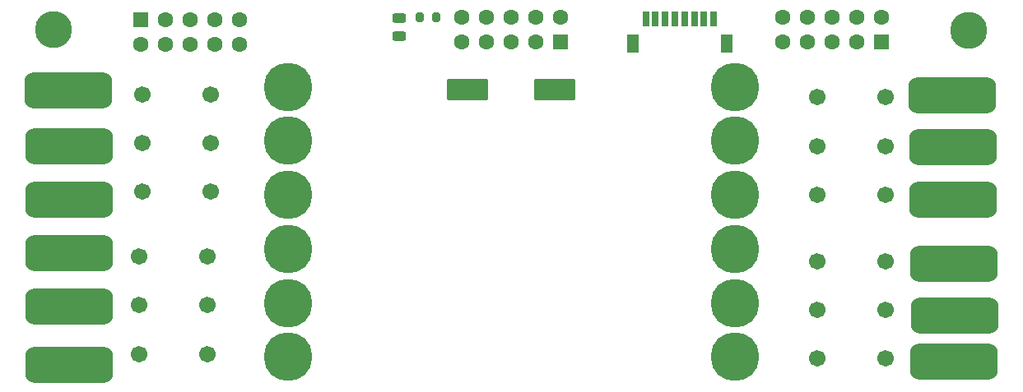
<source format=gts>
%TF.GenerationSoftware,KiCad,Pcbnew,8.0.4*%
%TF.CreationDate,2025-01-10T16:53:36-05:00*%
%TF.ProjectId,X17-ESC-Adapter,5831372d-4553-4432-9d41-646170746572,rev?*%
%TF.SameCoordinates,Original*%
%TF.FileFunction,Soldermask,Top*%
%TF.FilePolarity,Negative*%
%FSLAX46Y46*%
G04 Gerber Fmt 4.6, Leading zero omitted, Abs format (unit mm)*
G04 Created by KiCad (PCBNEW 8.0.4) date 2025-01-10 16:53:36*
%MOMM*%
%LPD*%
G01*
G04 APERTURE LIST*
G04 Aperture macros list*
%AMRoundRect*
0 Rectangle with rounded corners*
0 $1 Rounding radius*
0 $2 $3 $4 $5 $6 $7 $8 $9 X,Y pos of 4 corners*
0 Add a 4 corners polygon primitive as box body*
4,1,4,$2,$3,$4,$5,$6,$7,$8,$9,$2,$3,0*
0 Add four circle primitives for the rounded corners*
1,1,$1+$1,$2,$3*
1,1,$1+$1,$4,$5*
1,1,$1+$1,$6,$7*
1,1,$1+$1,$8,$9*
0 Add four rect primitives between the rounded corners*
20,1,$1+$1,$2,$3,$4,$5,0*
20,1,$1+$1,$4,$5,$6,$7,0*
20,1,$1+$1,$6,$7,$8,$9,0*
20,1,$1+$1,$8,$9,$2,$3,0*%
G04 Aperture macros list end*
%ADD10C,3.810000*%
%ADD11RoundRect,0.920750X3.587750X-0.920750X3.587750X0.920750X-3.587750X0.920750X-3.587750X-0.920750X0*%
%ADD12RoundRect,0.200000X0.200000X0.275000X-0.200000X0.275000X-0.200000X-0.275000X0.200000X-0.275000X0*%
%ADD13C,1.701800*%
%ADD14C,1.594000*%
%ADD15RoundRect,0.102000X-0.695000X-0.695000X0.695000X-0.695000X0.695000X0.695000X-0.695000X0.695000X0*%
%ADD16RoundRect,0.102000X0.695000X0.695000X-0.695000X0.695000X-0.695000X-0.695000X0.695000X-0.695000X0*%
%ADD17C,5.004000*%
%ADD18RoundRect,0.102000X-2.000000X-1.000000X2.000000X-1.000000X2.000000X1.000000X-2.000000X1.000000X0*%
%ADD19R,0.660400X1.549400*%
%ADD20R,1.295400X1.905000*%
%ADD21RoundRect,0.243750X0.456250X-0.243750X0.456250X0.243750X-0.456250X0.243750X-0.456250X-0.243750X0*%
G04 APERTURE END LIST*
D10*
%TO.C,H1*%
X110890000Y-80460000D03*
%TD*%
%TO.C,H1*%
X205000000Y-80550000D03*
%TD*%
D11*
%TO.C,J3*%
X112500000Y-92500000D03*
%TD*%
%TO.C,J11*%
X203540000Y-104570000D03*
%TD*%
%TO.C,J9*%
X203440000Y-98020000D03*
%TD*%
D12*
%TO.C,R2*%
X150225000Y-79200000D03*
X148575000Y-79200000D03*
%TD*%
D13*
%TO.C,ESC2*%
X119710000Y-113870000D03*
X126710001Y-113870000D03*
X119710000Y-108870000D03*
X126710001Y-108870000D03*
X119710000Y-103870000D03*
X126710001Y-103870000D03*
%TD*%
%TO.C,ESC1*%
X120010000Y-97180000D03*
X127010001Y-97180000D03*
X120010000Y-92180000D03*
X127010001Y-92180000D03*
X120010000Y-87180000D03*
X127010001Y-87180000D03*
%TD*%
D14*
%TO.C,J2*%
X152890000Y-79200000D03*
X152890000Y-81740000D03*
X155430000Y-79200000D03*
X155430000Y-81740000D03*
X157970000Y-79200000D03*
X157970000Y-81740000D03*
X160510000Y-79200000D03*
X160510000Y-81740000D03*
X163050000Y-79200000D03*
D15*
X163050000Y-81740000D03*
D16*
X119890000Y-79425000D03*
D14*
X119890000Y-81965000D03*
X122430000Y-79425000D03*
X122430000Y-81965000D03*
X124970000Y-79425000D03*
X124970000Y-81965000D03*
X127510000Y-79425000D03*
X127510000Y-81965000D03*
X130050000Y-79425000D03*
X130050000Y-81965000D03*
X193550000Y-79175000D03*
X196090000Y-79175000D03*
D15*
X196090000Y-81715000D03*
D14*
X193550000Y-81715000D03*
X191010000Y-79175000D03*
X191010000Y-81715000D03*
X188470000Y-79175000D03*
X188470000Y-81715000D03*
X185930000Y-79175000D03*
X185930000Y-81715000D03*
%TD*%
D11*
%TO.C,J10*%
X203400000Y-92610000D03*
%TD*%
D17*
%TO.C,ESC5*%
X134975000Y-86355000D03*
X134975000Y-91925000D03*
X134975000Y-97495000D03*
X134975000Y-103055000D03*
X134975000Y-108625000D03*
X134975000Y-114195000D03*
X180975000Y-114195000D03*
X180975000Y-108625000D03*
X180975000Y-103055000D03*
X180975000Y-97495000D03*
X180975000Y-91925000D03*
X180975000Y-86355000D03*
D18*
X153485000Y-86605000D03*
X162465000Y-86605000D03*
%TD*%
D11*
%TO.C,J1*%
X112500000Y-98000000D03*
%TD*%
D19*
%TO.C,BM08B-SRSS-TBLFSN1*%
X178800001Y-79371600D03*
X177800000Y-79371600D03*
X176800000Y-79371600D03*
X175799999Y-79371600D03*
X174800001Y-79371600D03*
X173800000Y-79371600D03*
X172800000Y-79371600D03*
X171799999Y-79371600D03*
D20*
X170499999Y-81896599D03*
X180100001Y-81896599D03*
%TD*%
D11*
%TO.C,J5*%
X112500000Y-115000000D03*
%TD*%
%TO.C,J4*%
X112390000Y-86750000D03*
%TD*%
D13*
%TO.C,ESC4*%
X196480001Y-104360000D03*
X189480000Y-104360000D03*
X196480001Y-109360000D03*
X189480000Y-109360000D03*
X196480001Y-114360000D03*
X189480000Y-114360000D03*
%TD*%
D11*
%TO.C,J7*%
X112500000Y-103500000D03*
%TD*%
D21*
%TO.C,D1*%
X146400000Y-81137500D03*
X146400000Y-79262500D03*
%TD*%
D11*
%TO.C,J12*%
X203590000Y-109890000D03*
%TD*%
%TO.C,J13*%
X203530000Y-114700000D03*
%TD*%
%TO.C,J6*%
X112500000Y-109000000D03*
%TD*%
D13*
%TO.C,ESC3*%
X196440000Y-87450000D03*
X189439999Y-87450000D03*
X196440000Y-92450000D03*
X189439999Y-92450000D03*
X196440000Y-97450000D03*
X189439999Y-97450000D03*
%TD*%
D11*
%TO.C,J8*%
X203370000Y-87210000D03*
%TD*%
M02*

</source>
